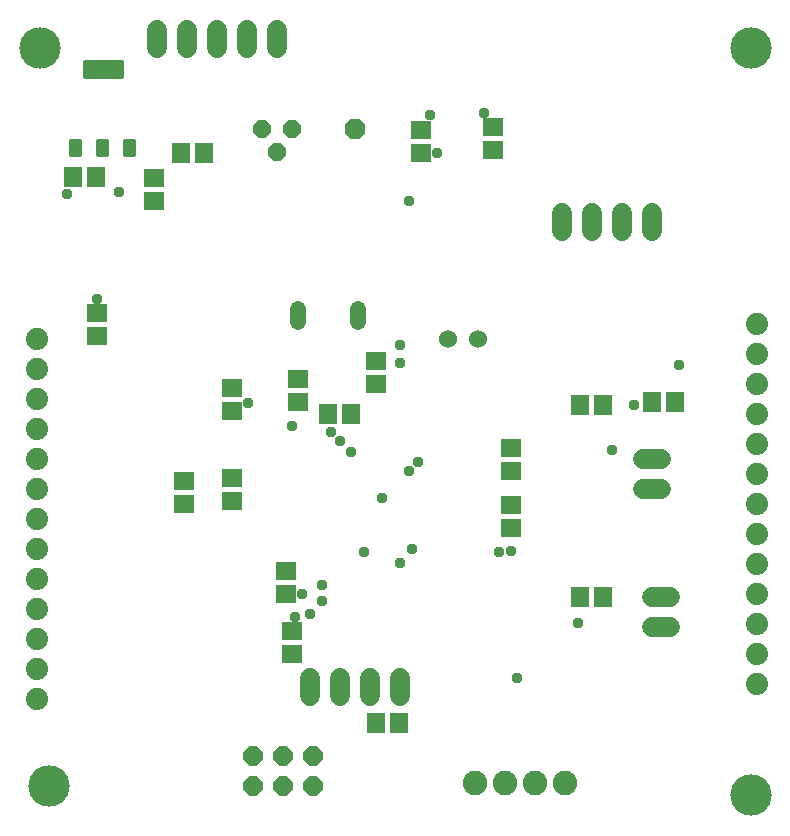
<source format=gbr>
G04 EAGLE Gerber RS-274X export*
G75*
%MOMM*%
%FSLAX34Y34*%
%LPD*%
%INSoldermask Bottom*%
%IPPOS*%
%AMOC8*
5,1,8,0,0,1.08239X$1,22.5*%
G01*
%ADD10R,1.503200X1.703200*%
%ADD11R,1.703200X1.503200*%
%ADD12P,1.759533X8X22.500000*%
%ADD13C,1.727200*%
%ADD14C,1.879600*%
%ADD15C,1.320800*%
%ADD16C,1.524000*%
%ADD17R,1.803200X1.503200*%
%ADD18R,1.503200X1.803200*%
%ADD19C,2.082800*%
%ADD20P,1.649562X8X202.500000*%
%ADD21C,0.339959*%
%ADD22C,0.393431*%
%ADD23C,3.505200*%
%ADD24P,1.869504X8X22.500000*%
%ADD25C,0.959600*%


D10*
X66700Y561340D03*
X85700Y561340D03*
D11*
X246380Y227940D03*
X246380Y208940D03*
X436880Y283820D03*
X436880Y264820D03*
X436880Y332080D03*
X436880Y313080D03*
X200660Y306680D03*
X200660Y287680D03*
X160020Y304140D03*
X160020Y285140D03*
D10*
X177140Y581660D03*
X158140Y581660D03*
X495960Y368300D03*
X514960Y368300D03*
D11*
X200660Y363880D03*
X200660Y382880D03*
X322580Y405740D03*
X322580Y386740D03*
X256540Y390500D03*
X256540Y371500D03*
D12*
X218440Y45720D03*
X218440Y71120D03*
X243840Y45720D03*
X243840Y71120D03*
X269240Y45720D03*
X269240Y71120D03*
D13*
X548640Y322580D02*
X563880Y322580D01*
X563880Y297180D02*
X548640Y297180D01*
X556260Y180340D02*
X571500Y180340D01*
X571500Y205740D02*
X556260Y205740D01*
D14*
X645160Y436880D03*
X645160Y411480D03*
X645160Y386080D03*
X645160Y360680D03*
X645160Y335280D03*
X645160Y309880D03*
X645160Y284480D03*
X645160Y259080D03*
X645160Y233680D03*
X645160Y208280D03*
X645160Y182880D03*
X645160Y157480D03*
X645160Y132080D03*
D13*
X238760Y670560D02*
X238760Y685800D01*
X213360Y685800D02*
X213360Y670560D01*
X187960Y670560D02*
X187960Y685800D01*
X162560Y685800D02*
X162560Y670560D01*
X137160Y670560D02*
X137160Y685800D01*
X480060Y530860D02*
X480060Y515620D01*
X505460Y515620D02*
X505460Y530860D01*
X530860Y530860D02*
X530860Y515620D01*
X556260Y515620D02*
X556260Y530860D01*
D14*
X35560Y424180D03*
X35560Y398780D03*
X35560Y373380D03*
X35560Y347980D03*
X35560Y322580D03*
X35560Y297180D03*
X35560Y271780D03*
X35560Y246380D03*
X35560Y220980D03*
X35560Y195580D03*
X35560Y170180D03*
X35560Y144780D03*
X35560Y119380D03*
D15*
X256540Y438912D02*
X256540Y450088D01*
X307340Y450088D02*
X307340Y438912D01*
D16*
X383540Y424180D03*
X408940Y424180D03*
D17*
X134620Y560680D03*
X134620Y541680D03*
D18*
X556920Y370840D03*
X575920Y370840D03*
X301600Y360680D03*
X282600Y360680D03*
D17*
X251460Y158140D03*
X251460Y177140D03*
D18*
X323240Y99060D03*
X342240Y99060D03*
D17*
X360680Y582320D03*
X360680Y601320D03*
D18*
X514960Y205740D03*
X495960Y205740D03*
D17*
X421640Y584860D03*
X421640Y603860D03*
X86360Y427380D03*
X86360Y446380D03*
D19*
X482600Y48260D03*
X457200Y48260D03*
X431800Y48260D03*
X406400Y48260D03*
D20*
X226060Y601980D03*
X238760Y582930D03*
X251460Y601980D03*
D21*
X118306Y592176D02*
X110374Y592176D01*
X118306Y592176D02*
X118306Y580444D01*
X110374Y580444D01*
X110374Y592176D01*
X110374Y583674D02*
X118306Y583674D01*
X118306Y586904D02*
X110374Y586904D01*
X110374Y590134D02*
X118306Y590134D01*
X95406Y592176D02*
X87474Y592176D01*
X95406Y592176D02*
X95406Y580444D01*
X87474Y580444D01*
X87474Y592176D01*
X87474Y583674D02*
X95406Y583674D01*
X95406Y586904D02*
X87474Y586904D01*
X87474Y590134D02*
X95406Y590134D01*
X72506Y592176D02*
X64574Y592176D01*
X72506Y592176D02*
X72506Y580444D01*
X64574Y580444D01*
X64574Y592176D01*
X64574Y583674D02*
X72506Y583674D01*
X72506Y586904D02*
X64574Y586904D01*
X64574Y590134D02*
X72506Y590134D01*
D22*
X76191Y658809D02*
X106689Y658809D01*
X106689Y647611D01*
X76191Y647611D01*
X76191Y658809D01*
X76191Y651348D02*
X106689Y651348D01*
X106689Y655085D02*
X76191Y655085D01*
D23*
X38100Y670560D03*
X640080Y670560D03*
X45720Y45720D03*
X640080Y38100D03*
D13*
X342900Y121920D02*
X342900Y137160D01*
X317500Y137160D02*
X317500Y121920D01*
X292100Y121920D02*
X292100Y137160D01*
X266700Y137160D02*
X266700Y121920D01*
D24*
X304800Y601980D03*
D25*
X60960Y547116D03*
X260604Y208788D03*
X437388Y245364D03*
X441960Y137160D03*
X312420Y243840D03*
X342900Y419100D03*
X251460Y350520D03*
X358140Y320040D03*
X342900Y234696D03*
X374904Y582168D03*
X426720Y243840D03*
X522732Y330708D03*
X579120Y402336D03*
X277368Y216408D03*
X277368Y202692D03*
X266700Y192024D03*
X292608Y338328D03*
X284988Y345948D03*
X301752Y329184D03*
X327660Y289560D03*
X350520Y312420D03*
X541020Y368808D03*
X214884Y370332D03*
X105156Y548640D03*
X86868Y458724D03*
X353568Y246888D03*
X254508Y188976D03*
X414528Y615696D03*
X368808Y614172D03*
X493776Y184404D03*
X350520Y541020D03*
X342900Y403860D03*
M02*

</source>
